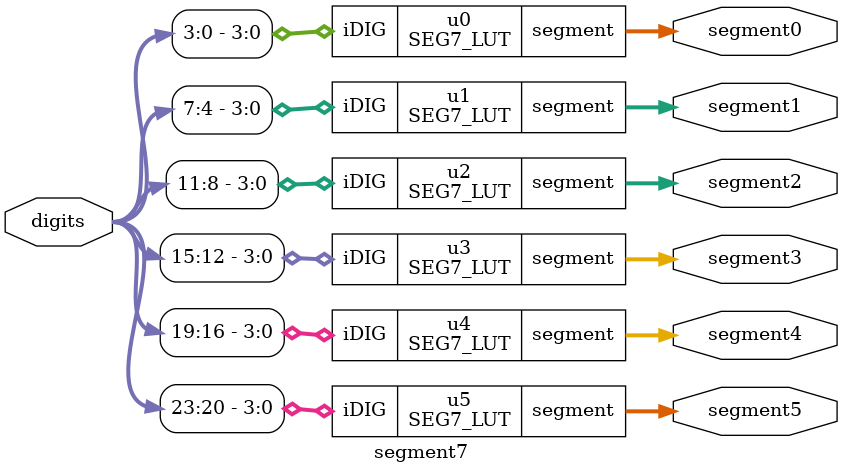
<source format=v>
module SEG7_LUT	(
    segment,
    iDIG
);

    input	[3:0]	iDIG;
    output	[6:0]	segment;
    reg		[6:0]	segment;

    always @(iDIG)
    begin
    	case(iDIG)
    	4'h1: segment = 7'b1111001;	// ---t----
    	4'h2: segment = 7'b0100100; 	// |	  |
    	4'h3: segment = 7'b0110000; 	// lt	 rt
    	4'h4: segment = 7'b0011001; 	// |	  |
    	4'h5: segment = 7'b0010010; 	// ---m----
    	4'h6: segment = 7'b0000010; 	// |	  |
    	4'h7: segment = 7'b1111000; 	// lb	 rb
    	4'h8: segment = 7'b0000000; 	// |	  |
    	4'h9: segment = 7'b0011000; 	// ---b----
    	4'ha: segment = 7'b0001000;
    	4'hb: segment = 7'b0000011;
    	4'hc: segment = 7'b1000110;
    	4'hd: segment = 7'b0100001;
    	4'he: segment = 7'b0000110;
    	4'hf: segment = 7'b0001110;
    	4'h0: segment = 7'b1000000;
    	endcase
    end

endmodule

module segment7 (
    segment0,
    segment1,
    segment2,
    segment3,
    segment4,
    segment5,
    digits
);
    input	[23:0]	digits;
    output	[6:0]	segment0, segment1, segment2, segment3, segment4, segment5;

    SEG7_LUT	u0	(	segment0, digits[3:0]		);
    SEG7_LUT	u1	(	segment1, digits[7:4]		);
    SEG7_LUT	u2	(	segment2, digits[11:8]	);
    SEG7_LUT	u3	(	segment3, digits[15:12]	);
    SEG7_LUT	u4	(	segment4, digits[19:16]	);
    SEG7_LUT	u5	(	segment5, digits[23:20]	);


endmodule

</source>
